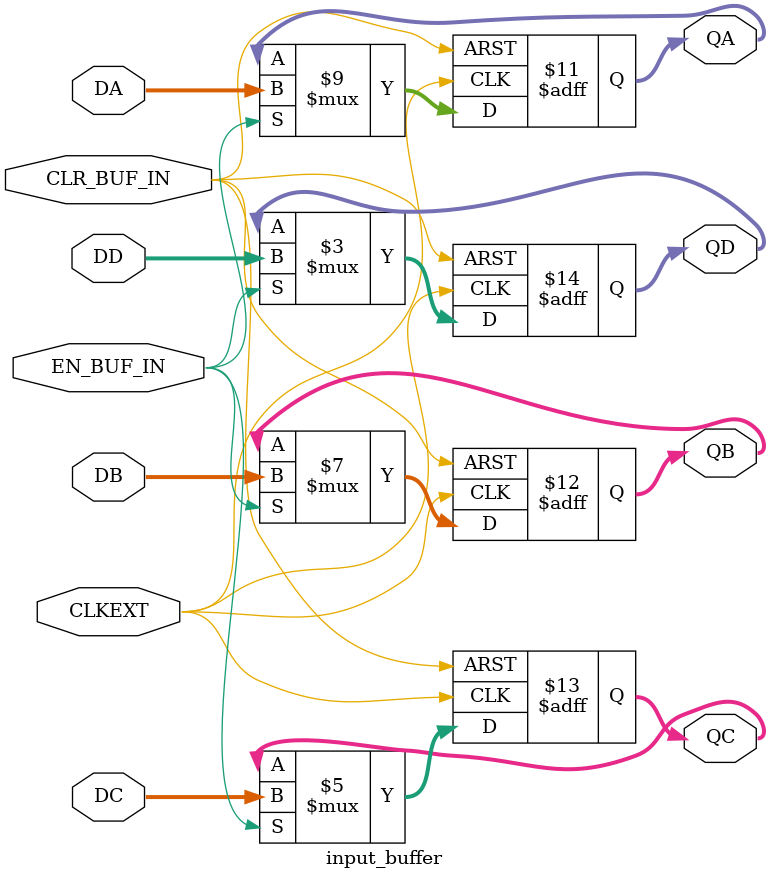
<source format=v>
module input_buffer (
    input  CLKEXT, //clock
    input  CLR_BUF_IN, //clear
    input  EN_BUF_IN, //enable
    input  [7:0] DA, DB, DC, DD, //entradas
    output reg [7:0] QA, QB, QC, QD //saídas
);

    always @(posedge CLKEXT or negedge CLR_BUF_IN) begin
        if (!CLR_BUF_IN) begin
            QA <= 8'd0;
            QB <= 8'd0;
            QC <= 8'd0;
            QD <= 8'd0;
        end 
        else if (EN_BUF_IN) begin
            QA <= DA;
            QB <= DB;
            QC <= DC;
            QD <= DD;
        end
    end

endmodule

</source>
